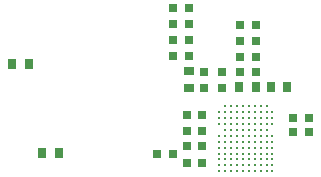
<source format=gtp>
G04*
G04 #@! TF.GenerationSoftware,Altium Limited,Altium Designer,18.1.9 (240)*
G04*
G04 Layer_Color=8421504*
%FSLAX43Y43*%
%MOMM*%
G71*
G01*
G75*
%ADD16R,0.750X0.800*%
%ADD17R,0.800X0.750*%
%ADD18R,0.850X0.800*%
%ADD19R,0.800X0.850*%
%ADD20C,0.250*%
D16*
X28125Y43700D02*
D03*
X29475D02*
D03*
X28125Y42500D02*
D03*
X29475D02*
D03*
X19325Y52950D02*
D03*
X17975D02*
D03*
X19325Y51600D02*
D03*
X17975D02*
D03*
X19325Y50250D02*
D03*
X17975D02*
D03*
X19325Y48900D02*
D03*
X17975D02*
D03*
X17975Y40600D02*
D03*
X16625D02*
D03*
X20475Y41300D02*
D03*
X19125D02*
D03*
X20475Y39850D02*
D03*
X19125D02*
D03*
X24975Y47550D02*
D03*
X23625D02*
D03*
Y51550D02*
D03*
X24975D02*
D03*
X23625Y50200D02*
D03*
X24975D02*
D03*
X23625Y48850D02*
D03*
X24975D02*
D03*
D17*
X20600Y46175D02*
D03*
Y47525D02*
D03*
X20400Y42525D02*
D03*
Y43875D02*
D03*
X19200Y42525D02*
D03*
Y43875D02*
D03*
X22150Y47525D02*
D03*
Y46175D02*
D03*
D18*
X19300Y46200D02*
D03*
Y47600D02*
D03*
D19*
X5780Y48260D02*
D03*
X4380D02*
D03*
X26250Y46250D02*
D03*
X27650D02*
D03*
X23600D02*
D03*
X25000D02*
D03*
X8300Y40700D02*
D03*
X6900D02*
D03*
D20*
X22400Y44650D02*
D03*
X22900D02*
D03*
X23400D02*
D03*
X23900D02*
D03*
X24400D02*
D03*
X24900D02*
D03*
X25400D02*
D03*
X25900D02*
D03*
X21900Y44150D02*
D03*
X22400D02*
D03*
X22900D02*
D03*
X23400D02*
D03*
X23900D02*
D03*
X24400D02*
D03*
X24900D02*
D03*
X25400D02*
D03*
X25900D02*
D03*
X26400D02*
D03*
X21900Y43650D02*
D03*
X22400D02*
D03*
X22900D02*
D03*
X23400D02*
D03*
X23900D02*
D03*
X24400D02*
D03*
X24900D02*
D03*
X25400D02*
D03*
X25900D02*
D03*
X26400D02*
D03*
X21900Y43150D02*
D03*
X22400D02*
D03*
X22900D02*
D03*
X23400D02*
D03*
X23900D02*
D03*
X24400D02*
D03*
X24900D02*
D03*
X25400D02*
D03*
X25900D02*
D03*
X26400D02*
D03*
X22400Y42650D02*
D03*
X22900D02*
D03*
X23400D02*
D03*
X23900D02*
D03*
X24400D02*
D03*
X24900D02*
D03*
X25400D02*
D03*
X25900D02*
D03*
X21900Y42150D02*
D03*
X22400D02*
D03*
X22900D02*
D03*
X23400D02*
D03*
X23900D02*
D03*
X24400D02*
D03*
X24900D02*
D03*
X25400D02*
D03*
X25900D02*
D03*
X26400D02*
D03*
X21900Y41650D02*
D03*
X22400D02*
D03*
X22900D02*
D03*
X23400D02*
D03*
X23900D02*
D03*
X24400D02*
D03*
X24900D02*
D03*
X25400D02*
D03*
X25900D02*
D03*
X26400D02*
D03*
X21900Y41150D02*
D03*
X22400D02*
D03*
X22900D02*
D03*
X23400D02*
D03*
X23900D02*
D03*
X24400D02*
D03*
X24900D02*
D03*
X25400D02*
D03*
X25900D02*
D03*
X26400D02*
D03*
X21900Y40650D02*
D03*
X22400D02*
D03*
X22900D02*
D03*
X23400D02*
D03*
X23900D02*
D03*
X24400D02*
D03*
X24900D02*
D03*
X25400D02*
D03*
X25900D02*
D03*
X26400D02*
D03*
X21900Y40150D02*
D03*
X22400D02*
D03*
X22900D02*
D03*
X23400D02*
D03*
X23900D02*
D03*
X24400D02*
D03*
X24900D02*
D03*
X25400D02*
D03*
X25900D02*
D03*
X26400D02*
D03*
X21900Y39650D02*
D03*
X22400D02*
D03*
X22900D02*
D03*
X23400D02*
D03*
X23900D02*
D03*
X24400D02*
D03*
X24900D02*
D03*
X25400D02*
D03*
X25900D02*
D03*
X26400D02*
D03*
X21900Y39150D02*
D03*
X22400D02*
D03*
X22900D02*
D03*
X23400D02*
D03*
X23900D02*
D03*
X24400D02*
D03*
X24900D02*
D03*
X25400D02*
D03*
X25900D02*
D03*
X26400D02*
D03*
M02*

</source>
